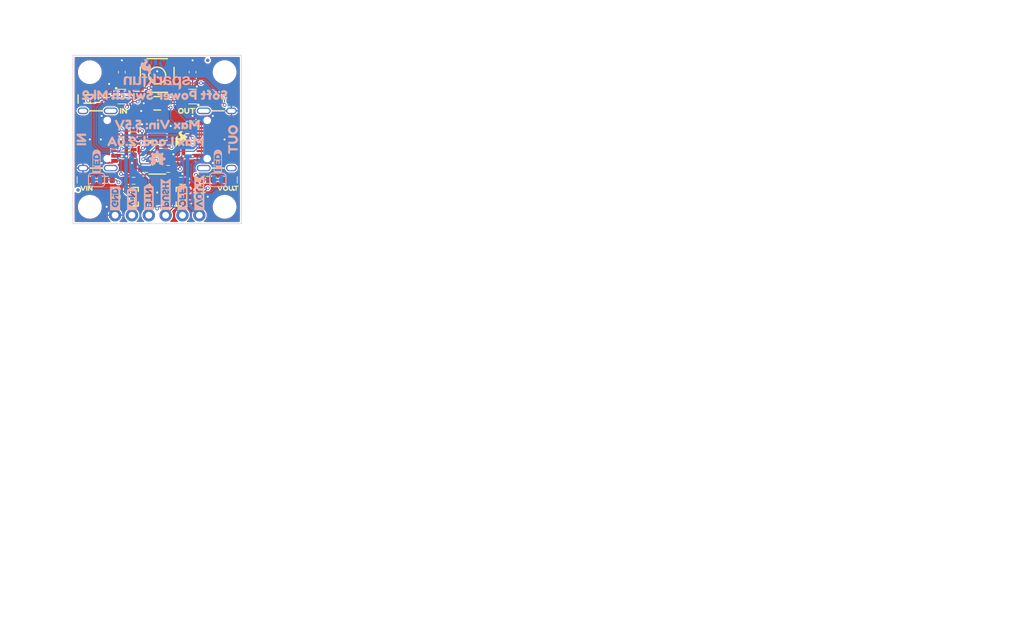
<source format=kicad_pcb>
(kicad_pcb (version 20240108) (generator "pcbnew") (generator_version "8.0")
  (title_block (title "SparkX Soft Power Switch Mk2 USB-C") (date "2024-03-13") (rev "v01") (comment 1 "Designed by: Paul Clark"))
  (layers (0 "F.Cu" signal) (31 "B.Cu" signal) (34 "B.Paste" user) (35 "F.Paste" user) (36 "B.SilkS" user "B.Silkscreen") (37 "F.SilkS" user "F.Silkscreen") (38 "B.Mask" user) (39 "F.Mask" user) (44 "Edge.Cuts" user))
  (net 0 "")
  (net 1 "GND")
  (net 2 "BTN")
  (net 3 "Net-(C2-Pad1)")
  (net 4 "Net-(D2-A)")
  (net 5 "Net-(D3-A)")
  (net 6 "VOUT")
  (net 7 "Net-(JP1-A)")
  (net 8 "Net-(JP2-A)")
  (net 9 "Net-(Q1-G)")
  (net 10 "Net-(Q1-D)")
  (net 11 "Net-(U4-CLK)")
  (net 12 "Net-(U4-~{CLR})")
  (net 13 "Net-(Q3B-1)")
  (net 14 "Net-(Q2-G)")
  (net 15 "OFF")
  (net 16 "VIN")
  (net 17 "PUSH")
  (net 18 "Net-(Q3A-G)")
  (net 19 "Net-(Q3A-D)")
  (net 20 "EN")
  (net 21 "Net-(J1-CC1)")
  (net 22 "Net-(J1-D+-PadA6)")
  (net 23 "Net-(J1-D--PadA7)")
  (net 25 "Net-(J1-CC2)")
  (footprint "SparkFun-Semiconductor-Standard:SOT23-6-Tight" (layer "F.Cu") (at 128.27 113.792)
    (property "Reference" "Q3")
    (property "Value" "SIL2308")
  )
  (footprint "SparkFun-Aesthetic:Creative_Commons_License" (layer "F.Cu") (at 212.09 168.148)
    (property "Reference" "G3" (hide yes))
    (property "Value" "OSHW_Logo" (hide yes))
  )
  (footprint "SparkFun-Semiconductor-Standard:SOT-353" (layer "F.Cu") (at 122.936 105.283)
    (property "Reference" "U2")
    (property "Value" "SN74LVC1G14DCK")
  )
  (footprint "SparkFun-Connector:1x06" (layer "F.Cu") (at 134.62 123.19 180)
    (property "Reference" "J3" (hide yes))
    (property "Value" "Conn_01x06")
  )
  (footprint "kibuzzard-65F1758C" (layer "F.Cu") (at 123.19 107.442)
    (property "Reference" "kibuzzard-65F1758C" (hide yes))
    (property "Value" "G***" (hide yes))
  )
  (footprint "SparkFun-Resistor:R_0603_1608Metric" (layer "F.Cu") (at 134.366 120.396 -90)
    (property "Reference" "R8")
    (property "Value" "1k")
  )
  (footprint "SparkFun-Resistor:R_0603_1608Metric" (layer "F.Cu") (at 135.89 117.856)
    (property "Reference" "R4")
    (property "Value" "10k")
  )
  (footprint "SparkFun-Resistor:R_0603_1608Metric" (layer "F.Cu") (at 135.763 105.219 90)
    (property "Reference" "R1")
    (property "Value" "1k")
  )
  (footprint "SparkFun-Hardware:Standoff" (layer "F.Cu") (at 138.43 121.92)
    (property "Reference" "ST4")
    (property "Value" "Standoff")
  )
  (footprint "SparkFun-Resistor:R_0603_1608Metric" (layer "F.Cu") (at 124.714 113.284 -90)
    (property "Reference" "R11")
    (property "Value" "5.1k")
  )
  (footprint "SparkFun-LED:LED_0603_1608Metric_Red" (layer "F.Cu") (at 138.938 117.856 180)
    (property "Reference" "D3")
    (property "Value" "Red")
  )
  (footprint "SparkFun-Aesthetic:Fiducial_0.5mm_Mask1mm" (layer "F.Cu") (at 116.332 119.38)
    (property "Reference" "FID4")
    (property "Value" "Fiducial_0.5mm" (hide yes))
  )
  (footprint "SparkFun-Semiconductor-Standard:SOT23-3" (layer "F.Cu") (at 124.714 120.396)
    (property "Reference" "Q1")
    (property "Value" "BSS138")
  )
  (footprint "SparkFun-Aesthetic:Fiducial_0.5mm_Mask1mm" (layer "F.Cu") (at 135.89 99.822)
    (property "Reference" "FID1" (hide yes))
    (property "Value" "Fiducial_0.5mm")
  )
  (footprint "SparkFun-Resistor:R_0603_1608Metric" (layer "F.Cu") (at 122.174 120.396 -90)
    (property "Reference" "R6")
    (property "Value" "1k")
  )
  (footprint "SparkFun-Connector:USB-C_16" (layer "F.Cu") (at 134.366 111.76 90)
    (property "Reference" "J2")
    (property "Value" "USB_C_Receptacle")
  )
  (footprint "kibuzzard-65F0636B" (layer "F.Cu") (at 138.938 119.126)
    (property "Reference" "kibuzzard-65F0636B" (hide yes))
    (property "Value" "G***" (hide yes))
  )
  (footprint "SparkFun-Resistor:R_0603_1608Metric" (layer "F.Cu") (at 120.65 117.856 180)
    (property "Reference" "R3")
    (property "Value" "10k")
  )
  (footprint "SparkFun-Capacitor:C_0603_1608Metric" (layer "F.Cu") (at 133.604 101.6 90)
    (property "Reference" "C4")
    (property "Value" "0.1uF")
  )
  (footprint "SparkFun-Resistor:R_0603_1608Metric" (layer "F.Cu") (at 124.714 117.983)
    (property "Reference" "R5")
    (property "Value" "100")
  )
  (footprint "SparkFun-Capacitor:C_0603_1608Metric" (layer "F.Cu") (at 122.936 101.6 90)
    (property "Reference" "C3")
    (property "Value" "1.0uF")
  )
  (footprint "SparkFun-Semiconductor-Standard:SOT-323" (layer "F.Cu") (at 128.27 106.299)
    (property "Reference" "U4")
    (property "Value" "SN74LVC1G175DCK")
  )
  (footprint "SparkFun-Semiconductor-Standard:SOD-323" (layer "F.Cu") (at 118.11 105.664)
    (property "Reference" "D1")
    (property "Value" "BAS16J")
  )
  (footprint "SparkFun-Hardware:Standoff" (layer "F.Cu") (at 138.43 101.6)
    (property "Reference" "ST3")
    (property "Value" "Standoff")
  )
  (footprint "SparkFun-Resistor:R_0603_1608Metric" (layer "F.Cu") (at 131.826 117.983)
    (property "Reference" "R7")
    (property "Value" "10k")
  )
  (footprint "SparkFun-Semiconductor-Standard:SOT-353" (layer "F.Cu") (at 133.604 105.283 180)
    (property "Reference" "U3")
    (property "Value" "SN74LVC1G17DCK")
  )
  (footprint "SparkFun-Resistor:R_0603_1608Metric" (layer "F.Cu") (at 138.43 105.664)
    (property "Reference" "R2")
    (property "Value" "200k")
  )
  (footprint "SparkFun-Connector:USB-C_16" (layer "F.Cu") (at 122.174 111.76 -90)
    (property "Reference" "J1")
    (property "Value" "USB_C_Receptacle")
  )
  (footprint "SparkFun-Resistor:R_0603_1608Metric" (layer "F.Cu") (at 124.714 110.236 90)
    (property "Reference" "R12")
    (property "Value" "5.1k")
  )
  (footprint "kibuzzard-65F0634B" (layer "F.Cu") (at 117.602 119.126)
    (property "Reference" "kibuzzard-65F0634B" (hide yes))
    (property "Value" "G***" (hide yes))
  )
  (footprint "SparkFun-Resistor:R_0603_1608Metric" (layer "F.Cu") (at 129.921 116.205)
    (property "Reference" "R9")
    (property "Value" "1k")
  )
  (footprint "SparkFun-LED:LED_0603_1608Metric_Red" (layer "F.Cu") (at 117.602 117.856)
    (property "Reference" "D2")
    (property "Value" "Red")
  )
  (footprint "SparkFun-Switch:Push_SMD_5.2x5.2mm_h2.5mm" (layer "F.Cu") (at 128.27 102.108)
    (property "Reference" "SW1")
    (property "Value" "SMD_5.2x5.2mm_h2.5mm")
  )
  (footprint "SparkFun-Capacitor:C_0603_1608Metric" (layer "F.Cu") (at 120.777 105.156 90)
    (property "Reference" "C1")
    (property "Value" "1.0uF")
  )
  (footprint "SparkFun-Resistor:R_0603_1608Metric" (layer "F.Cu") (at 126.619 116.205 180)
    (property "Reference" "R10")
    (property "Value" "100k")
  )
  (footprint "SparkFun-Capacitor:EIA-3528" (layer "F.Cu") (at 128.27 119.38 -90)
    (property "Reference" "C2")
    (property "Value" "47uF")
  )
  (footprint "SparkFun-Hardware:Standoff" (layer "F.Cu") (at 118.11 101.6)
    (property "Reference" "ST1")
    (property "Value" "Standoff")
  )
  (footprint "SparkFun-Fuse:1210" (layer "F.Cu") (at 128.27 109.855 90)
    (property "Reference" "F1")
    (property "Value" "6V/2.0A/4.0A")
  )
  (footprint "SparkFun-Semiconductor-Standard:SOT23-3" (layer "F.Cu") (at 131.826 120.396 180)
    (property "Reference" "Q2")
    (property "Value" "BSS138")
  )
  (footprint "kibuzzard-65F174FD" (layer "F.Cu") (at 132.715 107.442)
    (property "Reference" "kibuzzard-65F174FD" (hide yes))
    (property "Value" "G***" (hide yes))
  )
  (footprint "SparkFun-Aesthetic:SparkFun_Flame_2.5mm" (layer "F.Cu") (at 131.82 111.71)
    (property "Reference" "G***" (hide yes))
    (property "Value" "Flame" (hide yes))
  )
  (footprint "SparkFun-Hardware:Standoff" (layer "F.Cu") (at 118.11 121.92)
    (property "Reference" "ST2")
    (property "Value" "Standoff")
  )
  (footprint "SparkFun-Aesthetic:Fiducial_0.5mm_Mask1mm" (layer "B.Cu") (at 135.89 99.822 180)
    (property "Reference" "FID3")
    (property "Value" "Fiducial_0.5mm")
  )
  (footprint "kibuzzard-65F05472" (layer "B.Cu") (at 116.84 111.76 90)
    (property "Reference" "kibuzzard-65F05472" (hide yes))
    (property "Value" "G***" (hide yes))
  )
  (footprint "kibuzzard-65F056F7" (layer "B.Cu") (at 134.62 119.761 90)
    (property "Reference" "kibuzzard-65F056F7" (hide yes))
    (property "Value" "G***" (hide yes))
  )
  (footprint "SparkFun-Aesthetic:Fiducial_0.5mm_Mask1mm" (layer "B.Cu") (at 116.332 119.38 180)
    (property "Reference" "FID2")
    (property "Value" "Fiducial_0.5mm")
  )
  (footprint "kibuzzard-65F19FA6" (layer "B.Cu") (at 137.414 115.062 90)
    (property "Reference" "kibuzzard-65F19FA6" (hide yes))
    (property "Value" "G***" (hide yes))
  )
  (footprint "kibuzzard-65F05604" (layer "B.Cu") (at 121.92 120.65 90)
    (property "Reference" "kibuzzard-65F05604" (hide yes))
    (property "Value" "G***" (hide yes))
  )
  (footprint "SparkFun-Jumper:Jumper_2_NC_Trace" (layer "B.Cu") (at 137.414 117.856)
    (property "Reference" "JP2")
    (property "Value" "~")
  )
  (footprint "kibuzzard-65F056D8" (layer "B.Cu") (at 132.08 120.396 90)
    (property "Reference" "kibuzzard-65F056D8" (hide yes))
    (property "Value" "G***" (hide yes))
  )
  (footprint "SparkFun-Jumper:Jumper_2_NC_Trace" (layer "B.Cu") (at 119.126 117.856 180)
    (property "Reference" "JP1")
    (property "Value" "~")
  )
  (footprint "kibuzzard-65F05628" (layer "B.Cu") (at 124.46 120.65 90)
    (property "Reference" "kibuzzard-65F05628" (hide yes))
    (property "Value" "G***" (hide yes))
  )
  (footprint "SparkFun-Aesthetic:SparkFun_Logo_10mm" (layer "B.Cu") (at 128.27 102.87 180)
    (property "Reference" "G***" (hide yes))
    (property "Value" "LOGO" (hide yes))
  )
  (footprint "kibuzzard-65F05644" (layer "B.Cu") (at 127 120.396 90)
    (property "Reference" "kibuzzard-65F05644" (hide yes))
    (property "Value" "G***" (hide yes))
  )
  (footprint "kibuzzard-65F056B4" (layer "B.Cu") (at 129.54 120.015 90)
    (property "Reference" "kibuzzard-65F056B4" (hide yes))
    (property "Value" "G***" (hide yes))
  )
  (footprint "kibuzzard-65F0543A" (layer "B.Cu") (at 128.016 112.014 180)
    (property "Reference" "kibuzzard-65F0543A" (hide yes))
    (property "Value" "G***" (hide yes))
  )
  (footprint "kibuzzard-65F05416" (layer "B.Cu") (at 128.27 109.474 180)
    (property "Reference" "kibuzzard-65F05416" (hide yes))
    (property "Value" "G***" (hide yes))
  )
  (footprint "kibuzzard-65F19FA6" (layer "B.Cu") (at 119.126 115.062 90)
    (property "Reference" "kibuzzard-65F19FA6" (hide yes))
    (property "Value" "G***" (hide yes))
  )
  (footprint "SparkFun-Aesthetic:OSHW_Logo_2.5mm" (layer "B.Cu") (at 128.27 114.71 180)
    (property "Reference" "Ref**" (hide yes))
    (property "Value" "Val**" (hide yes))
  )
  (footprint "kibuzzard-65F05495" (layer "B.Cu") (at 139.7 111.76 -90)
    (property "Reference" "kibuzzard-65F05495" (hide yes))
    (property "Value" "G***" (hide yes))
  )
  (footprint "kibuzzard-65F053F1" (layer "B.Cu") (at 127.889 105.029 180)
    (property "Reference" "kibuzzard-65F053F1" (hide yes))
    (property "Value" "G***" (hide yes))
  )
  (gr_rect (start 115.57 99.06) (end 140.97 124.46) (stroke (width 0.1)) (fill none) (layer "Edge.Cuts"))
  (gr_text "v10" (at 128.27 100.203 0) (layer "B.Cu" knockout) (effects (font (size 1.016 1.016) (thickness 0.254) (bold yes)) (justify mirror)))
  (segment (start 134.706 108.535) (end 135.037 108.204) (width 0.1778) (layer "F.Cu") (net 1))
  (segment (start 121.834 108.535) (end 121.503 108.204) (width 0.1778) (layer "F.Cu") (net 1))
  (segment (start 121.503 115.316) (end 119.888 115.316) (width 0.1778) (layer "F.Cu") (net 1))
  (segment (start 135.037 115.316) (end 136.652 115.316) (width 0.1778) (layer "F.Cu") (net 1))
  (segment (start 134.706 114.985) (end 135.037 115.316) (width 0.1778) (layer "F.Cu") (net 1))
  (segment (start 121.503 108.204) (end 119.888 108.204) (width 0.1778) (layer "F.Cu") (net 1))
  (segment (start 121.834 114.985) (end 121.503 115.316) (width 0.1778) (layer "F.Cu") (net 1))
  (segment (start 121.92 123.19) (end 120.65 121.92) (width 0.5588) (layer "F.Cu") (net 1))
  (segment (start 135.037 108.204) (end 136.652 108.204) (width 0.1778) (layer "F.Cu") (net 1))
  (via (at 130.7084 113.9952) (size 0.56) (drill 0.3) (layers "F.Cu" "B.Cu") (net 1))
  (via (at 128.27 101.473) (size 0.56) (drill 0.3) (layers "F.Cu" "B.Cu") (net 1))
  (via (at 121.031 103.378) (size 0.56) (drill 0.3) (layers "F.Cu" "B.Cu") (net 1))
  (via (at 134.239 103.7723) (size 0.56) (drill 0.3) (layers "F.Cu" "B.Cu") (net 1))
  (via (at 135.89 120.396) (size 0.56) (drill 0.3) (layers "F.Cu" "B.Cu") (net 1))
  (via (at 138.43 111.76) (size 0.56) (drill 0.3) (layers "F.Cu" "B.Cu") (net 1))
  (via (at 125.984 109.474) (size 0.56) (drill 0.3) (layers "F.Cu" "B.Cu") (net 1))
  (via (at 125.857 107.4703) (size 0.56) (drill 0.3) (layers "F.Cu" "B.Cu") (net 1))
  (via (at 133.604 99.822) (size 0.56) (drill 0.3) (layers "F.Cu" "B.Cu") (net 1))
  (via (at 119.761 111.76) (size 0.56) (drill 0.3) (layers "F.Cu" "B.Cu") (net 1))
  (via (at 139.827 119.38) (size 0.56) (drill 0.3) (layers "F.Cu" "B.Cu") (net 1))
  (via (at 128.27 119.761) (size 0.56) (drill 0.3) (layers "F.Cu" "B.Cu") (net 1))
  (via (at 132.08 116.967) (size 0.56) (drill 0.3) (layers "F.Cu" "B.Cu") (net 1))
  (via (at 136.652 115.316) (size 0.56) (drill 0.3) (layers "F.Cu" "B.Cu") (net 1))
  (via (at 118.11 111.76) (size 0.56) (drill 0.3) (layers "F.Cu" "B.Cu") (net 1))
  (via (at 119.888 115.316) (size 0.56) (drill 0.3) (layers "F.Cu" "B.Cu") (net 1))
  (via (at 126.238 106.299) (size 0.56) (drill 0.3) (layers "F.Cu" "B.Cu") (net 1))
  (via (at 133.604 108.204) (size 0.56) (drill 0.3) (layers "F.Cu" "B.Cu") (net 1))
  (via (at 120.65 121.92) (size 0.56) (drill 0.3) (layers "F.Cu" "B.Cu") (net 1))
  (via (at 122.936 99.822) (size 0.56) (drill 0.3) (layers "F.Cu" "B.Cu") (net 1))
  (via (at 119.888 108.204) (size 0.56) (drill 0.3) (layers "F.Cu" "B.Cu") (net 1))
  (via (at 136.652 108.204) (size 0.56) (drill 0.3) (layers "F.Cu" "B.Cu") (net 1))
  (via (at 124.46 115.316) (size 0.56) (drill 0.3) (layers "F.Cu" "B.Cu") (net 1))
  (via (at 130.302 109.728) (size 0.56) (drill 0.3) (layers "F.Cu" "B.Cu") (net 1))
  (segment (start 121.92 123.19) (end 120.65 121.92) (width 0.5588) (layer "B.Cu") (net 1))
  (segment (start 135.255 103.251) (end 134.874 103.251) (width 0.1778) (layer "F.Cu") (net 2))
  (segment (start 135.763 104.394) (end 135.763 103.759) (width 0.1778) (layer "F.Cu") (net 2))
  (segment (start 135.763 103.759) (end 135.255 103.251) (width 0.1778) (layer "F.Cu") (net 2))
  (segment (start 136.525 104.394) (end 135.763 104.394) (width 0.1778) (layer "F.Cu") (net 2))
  (segment (start 138.366 104.775) (end 136.906 104.775) (width 0.1778) (layer "F.Cu") (net 2))
  (segment (start 120.777 105.931) (end 121.425 105.283) (width 0.1778) (layer "F.Cu") (net 2))
  (segment (start 131.064 104.013) (end 127 104.013) (width 0.1778) (layer "F.Cu") (net 2))
  (segment (start 120.51 105.664) (end 120.777 105.931) (width 0.1778) (layer "F.Cu") (net 2))
  (segment (start 119.26 105.664) (end 120.51 105.664) (width 0.1778) (layer "F.Cu") (net 2))
  (segment (start 121.425 105.283) (end 122.136 105.283) (width 0.1778) (layer "F.Cu") (net 2))
  (segment (start 139.255 105.664) (end 138.366 104.775) (width 0.1778) (layer "F.Cu") (net 2))
  (segment (start 122.936 105.283) (end 122.136 105.283) (width 0.1778) (layer "F.Cu") (net 2))
  (segment (start 136.906 104.775) (end 136.525 104.394) (width 0.1778) (layer "F.Cu") (net 2))
  (segment (start 127 104.013) (end 125.476 104.013) (width 0.1778) (layer "F.Cu") (net 2))
  (via (at 127 104.013) (size 0.56) (drill 0.3) (layers "F.Cu" "B.Cu") (net 2))
  (via (at 134.874 103.251) (size 0.56) (drill 0.3) (layers "F.Cu" "B.Cu") (net 2))
  (via (at 122.936 105.283) (size 0.56) (drill 0.3) (layers "F.Cu" "B.Cu") (net 2))
  (segment (start 119.9388 113.3348) (end 121.9708 113.3348) (width 0.1778) (layer "B.Cu") (net 2))
  (segment (start 121.9708 113.3348) (end 122.301 113.665) (width 0.1778) (layer "B.Cu") (net 2))
  (segment (start 125.095 114.3) (end 125.095 115.951) (width 0.1778) (layer "B.Cu") (net 2))
  (segment (start 120.777 105.283) (end 119.0752 106.9848) (width 0.1778) (layer "B.Cu") (net 2))
  (segment (start 119.0752 112.4712) (end 119.9388 113.3348) (width 0.1778) (layer "B.Cu") (net 2))
  (segment (start 125.095 115.951) (end 127 117.856) (width 0.1778) (layer "B.Cu") (net 2))
  (segment (start 124.46 113.665) (end 125.095 114.3) (width 0.1778) (layer "B.Cu") (net 2))
  (segment (start 134.874 103.251) (end 127.762 103.251) (width 0.1778) (layer "B.Cu") (net 2))
  (segment (start 119.0752 106.9848) (end 119.0752 112.4712) (width 0.1778) (layer "B.Cu") (net 2))
  (segment (start 122.936 105.283) (end 120.777 105.283) (width 0.1778) (layer "B.Cu") (net 2))
  (segment (start 122.936 105.283) (end 125.73 105.283) (width 0.1778) (layer "B.Cu") (net 2))
  (segment (start 122.301 113.665) (end 124.46 113.665) (width 0.1778) (layer "B.Cu") (net 2))
  (segment (start 127 117.856) (end 127 123.19) (width 0.1778) (layer "B.Cu") (net 2))
  (segment (start 125.73 105.283) (end 127 104.013) (width 0.1778) (layer "B.Cu") (net 2))
  (segment (start 127.762 103.251) (end 127 104.013) (width 0.1778) (layer "B.Cu") (net 2))
  (segment (start 136.271 105.283) (end 136.652 105.664) (width 0.1778) (layer "F.Cu") (net 3))
  (segment (start 123.889 117.158) (end 123.825 117.094) (width 0.1778) (layer "F.Cu") (net 3))
  (segment (start 127.557 117.905) (end 126.746 117.094) (width 0.1778) (layer "F.Cu") (net 3))
  (segment (start 123.889 117.983) (end 123.889 117.158) (width 0.1778) (layer "F.Cu") (net 3))
  (segment (start 134.404 105.283) (end 136.271 105.283) (width 0.1778) (layer "F.Cu") (net 3))
  (segment (start 136.652 105.664) (end 137.605 105.664) (width 0.1778) (layer "F.Cu") (net 3))
  (segment (start 138.43 106.553) (end 137.605 105.728) (width 0.1778) (layer "F.Cu") (net 3))
  (segment (start 128.27 117.905) (end 127.557 117.905) (width 0.1778) (layer "F.Cu") (net 3))
  (segment (start 137.605 105.728) (end 137.605 105.664) (width 0.1778) (layer "F.Cu") (net 3))
  (segment (start 122.936 117.094) (end 123.825 117.094) (width 0.1778) (layer "F.Cu") (net 3))
  (segment (start 122.809 116.967) (end 122.936 117.094) (width 0.1778) (layer "F.Cu") (net 3))
  (segment (start 117.602 105.664) (end 116.96 105.664) (width 0.1778) (layer "F.Cu") (net 3))
  (segment (start 117.856 105.918) (end 117.602 105.664) (width 0.1778) (layer "F.Cu") (net 3))
  (segment (start 126.746 117.094) (end 123.825 117.094) (width 0.1778) (layer "F.Cu") (net 3))
  (via (at 138.43 106.553) (size 0.56) (drill 0.3) (layers "F.Cu" "B.Cu") (net 3))
  (via (at 117.856 105.918) (size 0.56) (drill 0.3) (layers "F.Cu" "B.Cu") (net 3))
  (via (at 122.809 116.967) (size 0.56) (drill 0.3) (layers "F.Cu" "B.Cu") (net 3))
  (segment (start 127.5213 102.7297) (end 135.4957 102.7297) (width 0.1778) (layer "B.Cu") (net 3))
  (segment (start 121.412 113.665) (end 119.761 113.665) (width 0.1778) (layer "B.Cu") (net 3))
  (segment (start 135.4957 102.7297) (end 138.43 105.664) (width 0.1778) (layer "B.Cu") (net 3))
  (segment (start 117.856 105.918) (end 119.507 105.918) (width 0.1778) (layer "B.Cu") (net 3))
  (segment (start 120.777 104.648) (end 125.603 104.648) (width 0.1778) (layer "B.Cu") (net 3))
  (segment (start 119.507 105.918) (end 120.777 104.648) (width 0.1778) (layer "B.Cu") (net 3))
  (segment (start 118.745 112.649) (end 118.745 105.918) (width 0.1778) (layer "B.Cu") (net 3))
  (segment (start 122.809 115.062) (end 121.412 113.665) (width 0.1778) (layer "B.Cu") (net 3))
  (segment (start 119.761 113.665) (end 118.745 112.649) (width 0.1778) (layer "B.Cu") (net 3))
  (segment (start 138.43 105.664) (end 138.43 106.553) (width 0.1778) (layer "B.Cu") (net 3))
  (segment (start 125.603 104.648) (end 127.5213 102.7297) (width 0.1778) (layer "B.Cu") (net 3))
  (segment (start 122.809 116.967) (end 122.809 115.062) (width 0.1778) (layer "B.Cu") (net 3))
  (segment (start 118.3895 117.856) (end 119.825 117.856) (width 0.1778) (layer "F.Cu") (net 4))
  (segment (start 138.1505 117.856) (end 136.715 117.856) (width 0.1778) (layer "F.Cu") (net 5))
  (segment (start 134.706 114.21) (end 133.694 114.21) (width 0.5588) (layer "F.Cu") (net 6))
  (segment (start 133.694 114.21) (end 133.604 114.3) (width 0.5588) (layer "F.Cu") (net 6))
  (segment (start 131.765 114.742) (end 129.47 114.742) (width 0.5588) (layer "F.Cu") (net 6))
  (segment (start 132.207 114.3) (end 131.765 114.742) (width 0.5588) (layer "F.Cu") (net 6))
  (segment (start 132.207 110.109) (end 133.006 109.31) (width 0.5588) (layer "F.Cu") (net 6))
  (segment (start 133.604 114.3) (end 132.207 114.3) (width 0.5588) (layer "F.Cu") (net 6))
  (segment (start 132.207 114.3) (end 132.207 110.109) (width 0.5588) (layer "F.Cu") (net 6))
  (segment (start 133.006 109.31) (end 134.706 109.31) (width 0.5588) (layer "F.Cu") (net 6))
  (via (at 133.604 114.3) (size 0.56) (drill 0.3) (layers "F.Cu" "B.Cu") (net 6))
  (via (at 132.207 114.3) (size 0.56) (drill 0.3) (layers "F.Cu" "B.Cu") (net 6))
  (segment (start 133.604 114.3) (end 133.096 114.3) (width 0.5588) (layer "B.Cu") (net 6))
  (segment (start 137.668 118.999) (end 137.033 118.999) (width 0.1778) (layer "B.Cu") (net 6))
  (segment (start 136.398 119.634) (end 133.096 119.634) (width 0.1778) (layer "B.Cu") (net 6))
  (segment (start 132.842 121.412) (end 132.842 119.38) (width 0.5588) (layer "B.Cu") (net 6))
  (segment (start 132.842 119.38) (end 132.842 114.3) (width 0.5588) (layer "B.Cu") (net 6))
  (segment (start 133.096 119.634) (end 132.842 119.38) (width 0.1778) (layer "B.Cu") (net 6))
  (segment (start 134.62 123.19) (end 132.842 121.412) (width 0.5588) (layer "B.Cu") (net 6))
  (segment (start 137.9347 118.7323) (end 137.668 118.999) (width 0.1778) (layer "B.Cu") (net 6))
  (segment (start 133.096 114.3) (end 132.207 114.3) (width 0.5588) (layer "B.Cu") (net 6))
  (segment (start 137.033 118.999) (end 136.398 119.634) (width 0.1778) (layer "B.Cu") (net 6))
  (segment (start 137.9347 117.856) (end 137.9347 118.7323) (width 0.1778) (layer "B.Cu") (net 6))
  (segment (start 122.428 118.237) (end 122.047 117.856) (width 0.1778) (layer "F.Cu") (net 7))
  (segment (start 122.047 117.856) (end 121.475 117.856) (width 0.1778) (layer "F.Cu") (net 7))
  (via (at 122.428 118.237) (size 0.56) (drill 0.3) (layers "F.Cu" "B.Cu") (net 7))
  (segment (start 122.047 117.856) (end 119.6467 117.856) (width 0.1778) (layer "B.Cu") (net 7))
  (segment (start 122.428 118.237) (end 122.047 117.856) (width 0.1778) (layer "B.Cu") (net 7))
  (segment (start 134.366 117.094) (end 135.065 117.793) (width 0.1778) (layer "F.Cu") (net 8))
  (segment (start 135.065 117.793) (end 135.065 117.856) (width 0.1778) (layer "F.Cu") (net 8))
  (segment (start 134.112 117.094) (end 134.366 117.094) (width 0.1778) (layer "F.Cu") (net 8))
  (via (at 134.112 117.094) (size 0.56) (drill 0.3) (layers "F.Cu" "B.Cu") (net 8))
  (segment (start 134.112 117.094) (end 134.874 117.856) (width 0.1778) (layer "B.Cu") (net 8))
  (segment (start 134.874 117.856) (end 136.8933 117.856) (width 0.1778) (layer "B.Cu") (net 8))
  (segment (start 123.589 119.571) (end 123.714 119.446) (width 0.1778) (layer "F.Cu") (net 9))
  (segment (start 122.174 119.571) (end 123.589 119.571) (width 0.1778) (layer "F.Cu") (net 9))
  (segment (start 125.539 117.983) (end 125.539 118.935) (width 0.1778) (layer "F.Cu") (net 10))
  (segment (start 125.539 118.935) (end 125.814 119.21) (width 0.1778) (layer "F.Cu") (net 10))
  (segment (start 125.814 119.21) (end 125.814 120.396) (width 0.1778) (layer "F.Cu") (net 10))
  (segment (start 127.523 105.649) (end 127.35 105.649) (width 0.1778) (layer "F.Cu") (net 11))
  (segment (start 128.016 105.156) (end 127.523 105.649) (width 0.1778) (layer "F.Cu") (net 11))
  (segment (start 125.745 105.649) (end 125.349 106.045) (width 0.1778) (layer "F.Cu") (net 11))
  (segment (start 130.302 105.3967) (end 130.0613 105.156) (width 0.1778) (layer "F.Cu") (net 11))
  (segment (start 127.35 105.649) (end 125.745 105.649) (width 0.1778) (layer "F.Cu") (net 11))
  (segment (start 123.736 106.845) (end 123.736 105.933) (width 0.1778) (layer "F.Cu") (net 11))
  (segment (start 125.349 106.045) (end 125.3357 106.045) (width 0.1778) (layer "F.Cu") (net 11))
  (segment (start 135.89 119.1127) (end 135.4317 119.571) (width 0.1778) (layer "F.Cu") (net 11))
  (segment (start 135.4317 119.571) (end 134.366 119.571) (width 0.1778) (layer "F.Cu") (net 11))
  (segment (start 130.0613 105.156) (end 128.016 105.156) (width 0.1778) (layer "F.Cu") (net 11))
  (via (at 130.302 105.3967) (size 0.56) (drill 0.3) (layers "F.Cu" "B.Cu") (net 11))
  (via (at 125.3357 106.045) (size 0.56) (drill 0.3) (layers "F.Cu" "B.Cu") (net 11))
  (via (at 135.89 119.1127) (size 0.56) (drill 0.3) (layers "F.Cu" "B.Cu") (net 11))
  (via (at 123.736 106.845) (size 0.56) (drill 0.3) (layers "F.Cu" "B.Cu") (net 11))
  (segment (start 123.736 106.845) (end 124.536 106.045) (width 0.1778) (layer "B.Cu") (net 11))
  (segment (start 130.8233 107.1747) (end 130.8233 105.918) (width 0.1778) (layer "B.Cu") (net 11))
  (segment (start 132.5384 108.8898) (end 130.8233 107.1747) (width 0.1778) (layer "B.Cu") (net 11))
  (segment (start 133.3627 115.5573) (end 134.9502 113.9698) (width 0.1778) (layer "B.Cu") (net 11))
  (segment (start 133.3627 117.84393) (end 133.3627 115.5573) (width 0.1778) (layer "B.Cu") (net 11))
  (segment (start 134.63147 119.1127) (end 133.3627 117.84393) (width 0.1778) (layer "B.Cu") (net 11))
  (segment (start 134.9502 109.5502) (end 134.2898 108.8898) (width 0.1778) (layer "B.Cu") (net 11))
  (segment (start 124.536 106.045) (end 125.3357 106.045) (width 0.1778) (layer "B.Cu") (net 11))
  (segment (start 134.9502 113.9698) (end 134.9502 109.5502) (width 0.1778) (layer "B.Cu") (net 11))
  (segment (start 134.2898 108.8898) (end 132.5384 108.8898) (width 0.1778) (layer "B.Cu") (net 11))
  (segment (start 135.89 119.1127) (end 134.63147 119.1127) (width 0.1778) (layer "B.Cu") (net 11))
  (segment (start 130.8233 105.918) (end 130.302 105.3967) (width 0.1778) (layer "B.Cu") (net 11))
  (segment (start 129.921 105.918) (end 131.445 105.918) (width 0.1778) (layer "F.Cu") (net 12))
  (segment (start 131.445 105.918) (end 132.73 104.633) (width 0.1778) (layer "F.Cu") (net 12))
  (segment (start 129.652 105.649) (end 129.921 105.918) (width 0.1778) (layer "F.Cu") (net 12))
  (segment (start 129.19 105.649) (end 129.652 105.649) (width 0.1778) (layer "F.Cu") (net 12))
  (segment (start 132.73 104.633) (end 132.804 104.633) (width 0.1778) (layer "F.Cu") (net 12))
  (segment (start 128.27 113.5508) (end 128.0288 113.792) (width 0.5588) (layer "F.Cu") (net 13))
  (segment (start 128.27 111.355) (end 128.27 113.5508) (width 0.5588) (layer "F.Cu") (net 13))
  (segment (start 126.111 113.792) (end 125.603 114.3) (width 0.1778) (layer "F.Cu") (net 13))
  (segment (start 128.0288 113.792) (end 127.07 113.792) (width 0.5588) (layer "F.Cu") (net 13))
  (segment (start 125.603 115.189) (end 125.794 115.38) (width 0.1778) (layer "F.Cu") (net 13))
  (segment (start 125.794 115.38) (end 125.794 116.205) (width 0.1778) (layer "F.Cu") (net 13))
  (segment (start 127.07 113.792) (end 126.111 113.792) (width 0.1778) (layer "F.Cu") (net 13))
  (segment (start 125.603 114.3) (end 125.603 115.189) (width 0.1778) (layer "F.Cu") (net 13))
  (segment (start 134.366 121.221) (end 132.951 121.221) (width 0.1778) (layer "F.Cu") (net 14))
  (segment (start 132.951 121.221) (end 132.826 121.346) (width 0.1778) (layer "F.Cu") (net 14))
  (segment (start 124.714 121.412) (end 124.714 120.777) (width 0.1778) (layer "F.Cu") (net 15))
  (segment (start 124.333 120.396) (end 122.999 120.396) (width 0.1778) (layer "F.Cu") (net 15))
  (segment (start 131.826 119.634) (end 131.001 118.809) (width 0.1778) (layer "F.Cu") (net 15))
  (segment (start 131.826 122.555) (end 131.826 119.634) (width 0.1778) (layer "F.Cu") (net 15))
  (segment (start 132.08 123.19) (end 132.08 122.809) (width 0.1778) (layer "F.Cu") (net 15))
  (segment (start 131.001 118.809) (end 131.001 117.983) (width 0.1778) (layer "F.Cu") (net 15))
  (segment (start 122.999 120.396) (end 122.174 121.221) (width 0.1778) (layer "F.Cu") (net 15))
  (segment (start 124.714 120.777) (end 124.333 120.396) (width 0.1778) (layer "F.Cu") (net 15))
  (segment (start 128.016 121.92) (end 125.222 121.92) (width 0.1778) (layer "F.Cu") (net 15))
  (segment (start 132.08 122.809) (end 131.826 122.555) (width 0.1778) (layer "F.Cu") (net 15))
  (segment (start 128.27 122.174) (end 128.016 121.92) (width 0.1778) (layer "F.Cu") (net 15))
  (segment (start 125.222 121.92) (end 124.714 121.412) (width 0.1778) (layer "F.Cu") (net 15))
  (via (at 128.27 122.174) (size 0.56) (drill 0.3) (layers "F.Cu" "B.Cu") (net 15))
  (segment (start 130.81 121.92) (end 132.08 123.19) (width 0.1778) (layer "B.Cu") (net 15))
  (segment (start 128.524 121.92) (end 130.81 121.92) (width 0.1778) (layer "B.Cu") (net 15))
  (segment (start 128.27 122.174) (end 128.524 121.92) (width 0.1778) (layer "B.Cu") (net 15))
  (segment (start 131.826 106.299) (end 132.192 105.933) (width 0.1778) (layer "F.Cu") (net 16))
  (segment (start 133.604 102.375) (end 133.604 105.918) (width 0.1778) (layer "F.Cu") (net 16))
  (segment (start 121.834 114.21) (end 122.846 114.21) (width 0.5588) (layer "F.Cu") (net 16))
  (segment (start 135.763 106.044) (end 135.381 106.426) (width 0.1778) (layer "F.Cu") (net 16))
  (segment (start 128.524 106.299) (end 129.19 106.299) (width 0.1778) (layer "F.Cu") (net 16))
  (segment (start 124.587 105.41) (end 123.81 104.633) (width 0.1778) (layer "F.Cu") (net 16))
  (segment (start 135.381 106.426) (end 133.858 106.426) (width 0.1778) (layer "F.Cu") (net 16))
  (segment (start 123.928 108.355) (end 123.579003 108.703997) (width 0.5588) (layer "F.Cu") (net 16))
  (segment (start 123.579003 108.703997) (end 123.579003 109.31) (width 0.5588) (layer "F.Cu") (net 16))
  (segment (start 122.936 103.124) (end 123.736 103.924) (width 0.1778) (layer "F.Cu") (net 16))
  (segment (start 124.587 106.426) (end 124.587 105.41) (width 0.1778) (layer "F.Cu") (net 16))
  (segment (start 127.365 106.934) (end 128.27 106.934) (width 0.1778) (layer "F.Cu") (net 16))
  (segment (start 133.604 106.172) (end 133.604 105.948) (width 0.1778) (layer "F.Cu") (net 16))
  (segment (start 127.35 106.949) (end 127.365 106.934) (width 0.1778) (layer "F.Cu") (net 16))
  (segment (start 123.736 103.924) (end 123.736 104.633) (width 0.1778) (layer "F.Cu") (net 16))
  (segment (start 127.35 106.949) (end 125.11 106.949) (width 0.1778) (layer "F.Cu") (net 16))
  (segment (start 122.936 114.3) (end 123.616003 114.3) (width 0.5588) (layer "F.Cu") (net 16))
  (segment (start 122.936 102.375) (end 122.936 103.124) (width 0.1778) (layer "F.Cu") (net 16))
  (segment (start 128.27 106.553) (end 128.524 106.299) (width 0.1778) (layer "F.Cu") (net 16))
  (segment (start 133.604 105.948) (end 133.589 105.933) (width 0.1778) (layer "F.Cu") (net 16))
  (segment (start 125.11 106.949) (end 124.587 106.426) (width 0.1778) (layer "F.Cu") (net 16))
  (segment (start 132.192 105.933) (end 132.804 105.933) (width 0.1778) (layer "F.Cu") (net 16))
  (segment (start 128.27 108.355) (end 128.27 106.553) (width 0.1778) (layer "F.Cu") (net 16))
  (segment (start 133.604 105.918) (end 133.589 105.933) (width 0.1778) (layer "F.Cu") (net 16))
  (segment (start 129.19 106.299) (end 131.826 106.299) (width 0.1778) (layer "F.Cu") (net 16))
  (segment (start 123.579003 109.31) (end 123.616003 109.347) (width 0.5588) (layer "F.Cu") (net 16))
  (segment (start 133.589 105.933) (end 132.804 105.933) (width 0.1778) (layer "F.Cu") (net 16))
  (segment (start 133.858 106.426) (end 133.604 106.172) (width 0.1778) (layer "F.Cu") (net 16))
  (segment (start 123.81 104.633) (end 123.736 104.633) (width 0.1778) (layer "F.Cu") (net 16))
  (segment (start 121.834 109.31) (end 123.579003 109.31) (width 0.5588) (layer "F.Cu") (net 16))
  (segment (start 128.27 108.355) (end 123.928 108.355) (width 0.5588) (layer "F.Cu") (net 16))
  (segment (start 123.616003 109.347) (end 123.616003 114.3) (width 0.5588) (layer "F.Cu") (net 16))
  (segment (start 122.846 114.21) (end 122.936 114.3) (width 0.5588) (layer "F.Cu") (net 16))
  (via (at 122.936 114.3) (size 0.56) (drill 0.3) (layers "F.Cu" "B.Cu") (net 16))
  (via (at 123.616003 114.3) (size 0.56) (drill 0.3) (layers "F.Cu" "B.Cu") (net 16))
  (segment (start 123.571 118.999) (end 123.571 119.634) (width 0.5588) (layer "B.Cu") (net 16))
  (segment (start 123.616003 114.3) (end 122.936 114.3) (width 0.5588) (layer "B.Cu") (net 16))
  (segment (start 124.46 120.523) (end 124.46 123.19) (width 0.5588) (layer "B.Cu") (net 16))
  (segment (start 123.571 119.634) (end 124.46 120.523) (width 0.5588) (layer "B.Cu") (net 16))
  (segment (start 123.571 114.345003) (end 123.571 118.999) (width 0.5588) (layer "B.Cu") (net 16))
  (segment (start 118.6053 118.7323) (end 118.872 118.999) (width 0.1778) (layer "B.Cu") (net 16))
  (segment (start 118.6053 117.856) (end 118.6053 118.7323) (width 0.1778) (layer "B.Cu") (net 16))
  (segment (start 123.616003 114.3) (end 123.571 114.345003) (width 0.5588) (layer "B.Cu") (net 16))
  (segment (start 118.872 118.999) (end 123.571 118.999) (width 0.1778) (layer "B.Cu") (net 16))
  (segment (start 130.726 122.004) (end 130.726 120.396) (width 0.1778) (layer "F.Cu") (net 17))
  (segment (start 129.54 123.19) (end 130.726 122.004) (width 0.1778) (layer "F.Cu") (net 17))
  (segment (start 129.096 116.142) (end 129.096 116.205) (width 0.1778) (layer "F.Cu") (net 18))
  (segment (start 128.143 115.189) (end 129.096 116.142) (width 0.1778) (layer "F.Cu") (net 18))
  (segment (start 126.111 113.03) (end 126.238 112.903) (width 0.1778) (layer "F.Cu") (net 18))
  (segment (start 128.143 114.808) (end 128.143 115.189) (width 0.1778) (layer "F.Cu") (net 18))
  (segment (start 126.238 112.903) (end 127.009 112.903) (width 0.1778) (layer "F.Cu") (net 18))
  (segment (start 127.009 112.903) (end 127.07 112.842) (width 0.1778) (layer "F.Cu") (net 18))
  (via (at 126.111 113.03) (size 0.56) (drill 0.3) (layers "F.Cu" "B.Cu") (net 18))
  (via (at 128.143 114.808) (size 0.56) (drill 0.3) (layers "F.Cu" "B.Cu") (net 18))
  (segment (start 125.603 115.189) (end 125.603 113.538) (width 0.1778) (layer "B.Cu") (net 18))
  (segment (start 128.143 114.808) (end 127.508 115.443) (width 0.1778) (layer "B.Cu") (net 18))
  (segment (start 125.857 115.443) (end 125.603 115.189) (width 0.1778) (layer "B.Cu") (net 18))
  (segment (start 125.603 113.538) (end 126.111 113.03) (width 0.1778) (layer "B.Cu") (net 18))
  (segment (start 127.508 115.443) (end 125.857 115.443) (width 0.1778) (layer "B.Cu") (net 18))
  (segment (start 130.109 112.842) (end 129.47 112.842) (width 0.1778) (layer "F.Cu") (net 19))
  (segment (start 127.07 115.132) (end 127.444 115.506) (width 0.1778) (layer "F.Cu") (net 19))
  (segment (start 130.17 112.903) (end 130.109 112.842) (width 0.1778) (layer "F.Cu") (net 19))
  (segment (start 127.0675 114.7445) (end 127.07 114.742) (width 0.1778) (layer "F.Cu") (net 19))
  (segment (start 126.1745 114.7445) (end 127.0675 114.7445) (width 0.1778) (layer "F.Cu") (net 19))
  (segment (start 127.444 115.506) (end 127.444 116.205) (width 0.1778) (layer "F.Cu") (net 19))
  (segment (start 127.07 114.742) (end 127.07 115.132) (width 0.1778) (layer "F.Cu") (net 19))
  (segment (start 130.429 112.903) (end 130.17 112.903) (width 0.1778) (layer "F.Cu") (net 19))
  (via (at 130.429 112.903) (size 0.56) (drill 0.3) (layers "F.Cu" "B.Cu") (net 19))
  (via (at 126.1745 114.7445) (size 0.56) (drill 0.3) (layers "F.Cu" "B.Cu") (net 19))
  (segment (start 128.016 112.903) (end 126.1745 114.7445) (width 0.1778) (layer "B.Cu") (net 19))
  (segment (start 130.429 112.903) (end 128.016 112.903) (width 0.1778) (layer "B.Cu") (net 19))
  (segment (start 129.555 106.949) (end 129.19 106.949) (width 0.1778) (layer "F.Cu") (net 20))
  (segment (start 130.746 116.205) (end 131.699 116.205) (width 0.1778) (layer "F.Cu") (net 20))
  (segment (start 130.302 106.934) (end 129.57 106.934) (width 0.1778) (layer "F.Cu") (net 20))
  (segment (start 129.57 106.934) (end 129.555 106.949) (width 0.1778) (layer "F.Cu") (net 20))
  (via (at 130.302 106.934) (size 0.56) (drill 0.3) (layers "F.Cu" "B.Cu") (net 20))
  (via (at 131.699 116.205) (size 0.56) (drill 0.3) (layers "F.Cu" "B.Cu") (net 20))
  (segment (start 134.62 109.728) (end 134.112 109.22) (width 0.1778) (layer "B.Cu") (net 20))
  (segment (start 131.699 116.205) (end 131.699 115.443) (width 0.1778) (layer "B.Cu") (net 20))
  (segment (start 134.112 109.22) (end 130.83477 109.22) (width 0.1778) (layer "B.Cu") (net 20))
  (segment (start 130.83477 109.22) (end 130.302 108.68723) (width 0.1778) (layer "B.Cu") (net 20))
  (segment (start 130.302 108.68723) (end 130.302 106.934) (width 0.1778) (layer "B.Cu") (net 20))
  (segment (start 133.858 113.538) (end 134.62 112.776) (width 0.1778) (layer "B.Cu") (net 20))
  (segment (start 131.699 115.443) (end 131.318 115.062) (width 0.1778) (layer "B.Cu") (net 20))
  (segment (start 131.826 113.538) (end 133.858 113.538) (width 0.1778) (layer "B.Cu") (net 20))
  (segment (start 131.318 114.046) (end 131.826 113.538) (width 0.1778) (layer "B.Cu") (net 20))
  (segment (start 134.62 112.776) (end 134.62 109.728) (width 0.1778) (layer "B.Cu") (net 20))
  (segment (start 131.318 115.062) (end 131.318 114.046) (width 0.1778) (layer "B.Cu") (net 20))
  (segment (start 125.984 110.935) (end 125.858 111.061) (width 0.1778) (layer "F.Cu") (net 21))
  (segment (start 122.904203 110.236) (end 122.630203 110.51) (width 0.1778) (layer "F.Cu") (net 21))
  (segment (start 122.630203 110.51) (end 121.834 110.51) (width 0.1778) (layer "F.Cu") (net 21))
  (segment (start 125.858 111.061) (end 124.714 111.061) (width 0.1778) (layer "F.Cu") (net 21))
  (segment (start 124.714 111.061) (end 124.6185 111.061) (width 0.1778) (layer "F.Cu") (net 21))
  (segment (start 125.984 110.49) (end 125.984 110.935) (width 0.1778) (layer "F.Cu") (net 21))
  (via (at 122.904203 110.236) (size 0.56) (drill 0.3) (layers "F.Cu" "B.Cu") (net 21))
  (via (at 125.984 110.49) (size 0.56) (drill 0.3) (layers "F.Cu" "B.Cu") (net 21))
  (segment (start 122.904203 110.236) (end 123.158203 110.49) (width 0.1778) (layer "B.Cu") (net 21))
  (segment (start 123.158203 110.49) (end 125.984 110.49) (width 0.1778) (layer "B.Cu") (net 21))
  (segment (start 121.834 112.51) (end 122.567 112.51) (width 0.3048) (layer "F.Cu") (net 22))
  (segment (start 132.969 111.252) (end 132.969 112.141) (width 0.3048) (layer "F.Cu") (net 22))
  (segment (start 133.997 111.01) (end 133.858 110.871) (width 0.3048) (layer "F.Cu") (net 22))
  (segment (start 133.858 110.871) (end 133.35 110.871) (width 0.3048) (layer "F.Cu") (net 22))
  (segment (start 134.706 111.01) (end 133.997 111.01) (width 0.3048) (layer "F.Cu") (net 22))
  (segment (start 122.493029 111.51) (end 122.743029 111.76) (width 0.3048) (layer "F.Cu") (net 22))
  (segment (start 134.706 112.01) (end 133.989 112.01) (width 0.3048) (layer "F.Cu") (net 22))
  (segment (start 133.35 110.871) (end 132.969 111.252) (width 0.3048) (layer "F.Cu") (net 22))
  (segment (start 132.969 112.141) (end 133.223 112.395) (width 0.3048) (layer "F.Cu") (net 22))
  (segment (start 121.834 111.51) (end 122.493029 111.51) (width 0.3048) (layer "F.Cu") (net 22))
  (segment (start 133.989 112.01) (end 133.604 112.395) (width 0.3048) (layer "F.Cu") (net 22))
  (segment (start 133.223 112.395) (end 133.604 112.395) (width 0.3048) (layer "F.Cu") (net 22))
  (segment (start 122.567 112.51) (end 122.809 112.268) (width 0.3048) (layer "F.Cu") (net 22))
  (segment (start 122.809 112.268) (end 122.809 111.76) (width 0.3048) (layer "F.Cu") (net 22))
  (segment (start 122.743029 111.76) (end 122.809 111.76) (width 0.3048) (layer "F.Cu") (net 22))
  (via (at 133.604 112.395) (size 0.56) (drill 0.3) (layers "F.Cu" "B.Cu") (net 22))
  (via (at 122.809 111.76) (size 0.56) (drill 0.3) (layers "F.Cu" "B.Cu") (net 22))
  (segment (start 122.809 111.76) (end 122.936 111.633) (width 0.3048) (layer "B.Cu") (net 22))
  (segment (start 122.936 111.633) (end 132.842 111.633) (width 0.3048) (layer "B.Cu") (net 22))
  (segment (start 132.842 111.633) (end 133.604 112.395) (width 0.3048) (layer "B.Cu") (net 22))
  (segment (start 135.513 111.51) (end 135.636 111.633) (width 0.3048) (layer "F.Cu") (net 23))
  (segment (start 121.844519 110.999481) (end 121.834 111.01) (width 0.3048) (layer "F.Cu") (net 23))
  (segment (start 122.809543 110.999481) (end 121.844519 110.999481) (width 0.3048) (layer "F.Cu") (net 23))
  (segment (start 134.706 111.51) (end 135.513 111.51) (width 0.3048) (layer "F.Cu") (net 23))
  (segment (start 121.146 111.01) (end 121.834 111.01) (width 0.3048) (layer "F.Cu") (net 23))
  (segment (start 121.154 112.01) (end 120.904 111.76) (width 0.3048) (layer "F.Cu") (net 23))
  (segment (start 120.904 111.76) (end 120.904 111.252) (width 0.3048) (layer "F.Cu") (net 23))
  (segment (start 135.636 111.633) (end 135.636 112.371) (width 0.3048) (layer "F.Cu") (net 23))
  (segment (start 121.834 112.01) (end 121.154 112.01) (width 0.3048) (layer "F.Cu") (net 23))
  (segment (start 133.608 111.51) (end 133.604 111.506) (width 0.3048) (layer "F.Cu") (net 23))
  (segment (start 120.904 111.252) (end 121.146 111.01) (width 0.3048) (layer "F.Cu") (net 23))
  (segment (start 134.706 111.51) (end 133.608 111.51) (width 0.3048) (layer "F.Cu") (net 23))
  (segment (start 135.497 112.51) (end 134.706 112.51) (width 0.3048) (layer "F.Cu") (net 23))
  (segment (start 135.636 112.371) (end 135.497 112.51) (width 0.3048) (layer "F.Cu") (net 23))
  (via (at 133.604 111.506) (size 0.56) (drill 0.3) (layers "F.Cu" "B.Cu") (net 23))
  (via (at 122.809543 110.999481) (size 0.56) (drill 0.3) (layers "F.Cu" "B.Cu") (net 23))
  (segment (start 133.223 111.125) (end 133.604 111.506) (width 0.3048) (layer "B.Cu") (net 23))
  (segment (start 122.810481 110.999481) (end 122.936 111.125) (width 0.3048) (layer "B.Cu") (net 23))
  (segment (start 122.809543 110.999481) (end 122.810481 110.999481) (width 0.3048) (layer "B.Cu") (net 23))
  (segment (start 122.936 111.125) (end 133.223 111.125) (width 0.3048) (layer "B.Cu") (net 23))
  (segment (start 125.666 112.459) (end 124.714 112.459) (width 0.1778) (layer "F.Cu") (net 25))
  (segment (start 122.904203 113.1437) (end 122.537903 113.51) (width 0.1778) (layer "F.Cu") (net 25))
  (segment (start 122.537903 113.51) (end 121.834 113.51) (width 0.1778) (layer "F.Cu") (net 25))
  (segment (start 125.857 112.268) (end 125.666 112.459) (width 0.1778) (layer "F.Cu") (net 25))
  (segment (start 124.714 112.459) (end 124.65 112.459) (width 0.1778) (layer "F.Cu") (net 25))
  (via (at 122.904203 113.1437) (size 0.56) (drill 0.3) (layers "F.Cu" "B.Cu") (net 25))
  (via (at 125.857 112.268) (size 0.56) (drill 0.3) (layers "F.Cu" "B.Cu") (net 25))
  (segment (start 124.3463 113.1437) (end 125.222 112.268) (width 0.1778) (layer "B.Cu") (net 25))
  (segment (start 125.222 112.268) (end 125.857 112.268) (width 0.1778) (layer "B.Cu") (net 25))
  (segment (start 122.904203 113.1437) (end 124.3463 113.1437) (width 0.1778) (layer "B.Cu") (net 25))
  (zone (net 1) (net_name "GND") (layers "F&B.Cu") (connect_pads (clearance 0.1778)) (min_thickness 0.1778) (fill yes (thermal_gap 0.1778) (thermal_bridge_width 0.1778))
    (polygon (pts (xy 115.57 124.46) (xy 115.57 99.06) (xy 140.97 99.06) (xy 140.97 124.46)))
  )
)
</source>
